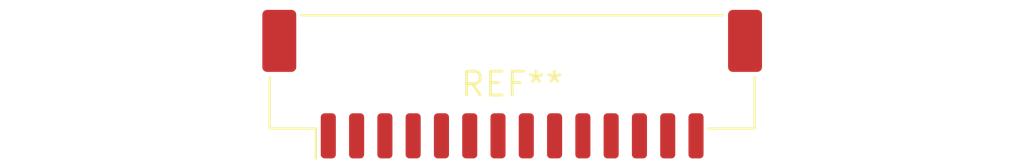
<source format=kicad_pcb>
(kicad_pcb (version 20240108) (generator pcbnew)
  (layers (0 "F.Cu" signal) (31 "B.Cu" signal) (34 "B.Paste" user) (35 "F.Paste" user) (36 "B.SilkS" user "B.Silkscreen") (37 "F.SilkS" user "F.Silkscreen") (38 "B.Mask" user) (39 "F.Mask" user) (44 "Edge.Cuts" user))
  (net 0 "")
  (footprint "JST_ZE_BM14B-ZESS-TBT_1x14-1MP_P1.50mm_Vertical" (layer "F.Cu") (at 0 0)
    (property "Reference" "REF**")
    (property "Value" "JST_ZE_BM14B-ZESS-TBT_1x14-1MP_P1.50mm_Vertical")
    (fp_line (start -12.86 -0.39) (end -12.86 2.36) (layer "F.SilkS") (stroke (width 0.12)))
    (fp_line (start -12.86 2.36) (end -10.41 2.36) (layer "F.SilkS") (stroke (width 0.12)))
    (fp_line (start -11.19 -3.66) (end 11.19 -3.66) (layer "F.SilkS") (stroke (width 0.12)))
    (fp_line (start -10.41 2.36) (end -10.41 3.95) (layer "F.SilkS") (stroke (width 0.12)))
    (fp_line (start 12.86 -0.39) (end 12.86 2.36) (layer "F.SilkS") (stroke (width 0.12)))
    (fp_line (start 12.86 2.36) (end 10.41 2.36) (layer "F.SilkS") (stroke (width 0.12)))
    (pad "1" smd roundrect (at -9.75 2.75) (size 0.8 2.4) (layers "F.Cu" "F.Paste" "F.Mask"))
    (pad "2" smd roundrect (at -8.25 2.75) (size 0.8 2.4) (layers "F.Cu" "F.Paste" "F.Mask"))
    (pad "3" smd roundrect (at -6.75 2.75) (size 0.8 2.4) (layers "F.Cu" "F.Paste" "F.Mask"))
    (pad "4" smd roundrect (at -5.25 2.75) (size 0.8 2.4) (layers "F.Cu" "F.Paste" "F.Mask"))
    (pad "5" smd roundrect (at -3.75 2.75) (size 0.8 2.4) (layers "F.Cu" "F.Paste" "F.Mask"))
    (pad "6" smd roundrect (at -2.25 2.75) (size 0.8 2.4) (layers "F.Cu" "F.Paste" "F.Mask"))
    (pad "7" smd roundrect (at -0.75 2.75) (size 0.8 2.4) (layers "F.Cu" "F.Paste" "F.Mask"))
    (pad "8" smd roundrect (at 0.75 2.75) (size 0.8 2.4) (layers "F.Cu" "F.Paste" "F.Mask"))
    (pad "9" smd roundrect (at 2.25 2.75) (size 0.8 2.4) (layers "F.Cu" "F.Paste" "F.Mask"))
    (pad "10" smd roundrect (at 3.75 2.75) (size 0.8 2.4) (layers "F.Cu" "F.Paste" "F.Mask"))
    (pad "11" smd roundrect (at 5.25 2.75) (size 0.8 2.4) (layers "F.Cu" "F.Paste" "F.Mask"))
    (pad "12" smd roundrect (at 6.75 2.75) (size 0.8 2.4) (layers "F.Cu" "F.Paste" "F.Mask"))
    (pad "13" smd roundrect (at 8.25 2.75) (size 0.8 2.4) (layers "F.Cu" "F.Paste" "F.Mask"))
    (pad "14" smd roundrect (at 9.75 2.75) (size 0.8 2.4) (layers "F.Cu" "F.Paste" "F.Mask"))
    (pad "MP" smd roundrect (at -12.35 -2.3) (size 1.8 3.3) (layers "F.Cu" "F.Paste" "F.Mask") (roundrect_rratio 0.138889))
    (pad "MP" smd roundrect (at 12.35 -2.3) (size 1.8 3.3) (layers "F.Cu" "F.Paste" "F.Mask") (roundrect_rratio 0.138889))
  )
)
</source>
